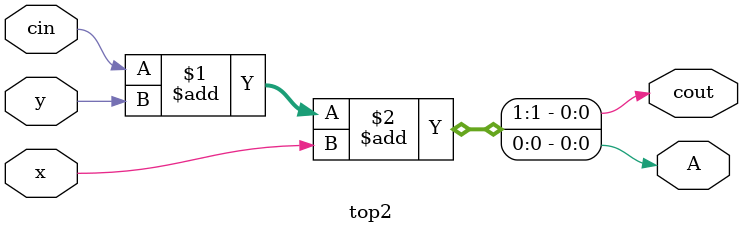
<source format=v>
module top
(
 input x,
 input y,
 input cin,

 output A,
 output cout
 );

`ifndef BUG
assign {cout,A} =  cin + y + x;
`else
assign {cout,A} =  cin - y * x;
`endif

endmodule

module top2
(
 input x,
 input y,
 input cin,

 output A,
 output cout
 );

`ifndef BUG
assign {cout,A} =  cin + y + x;
`else
assign {cout,A} =  cin - y * x;
`endif

endmodule

</source>
